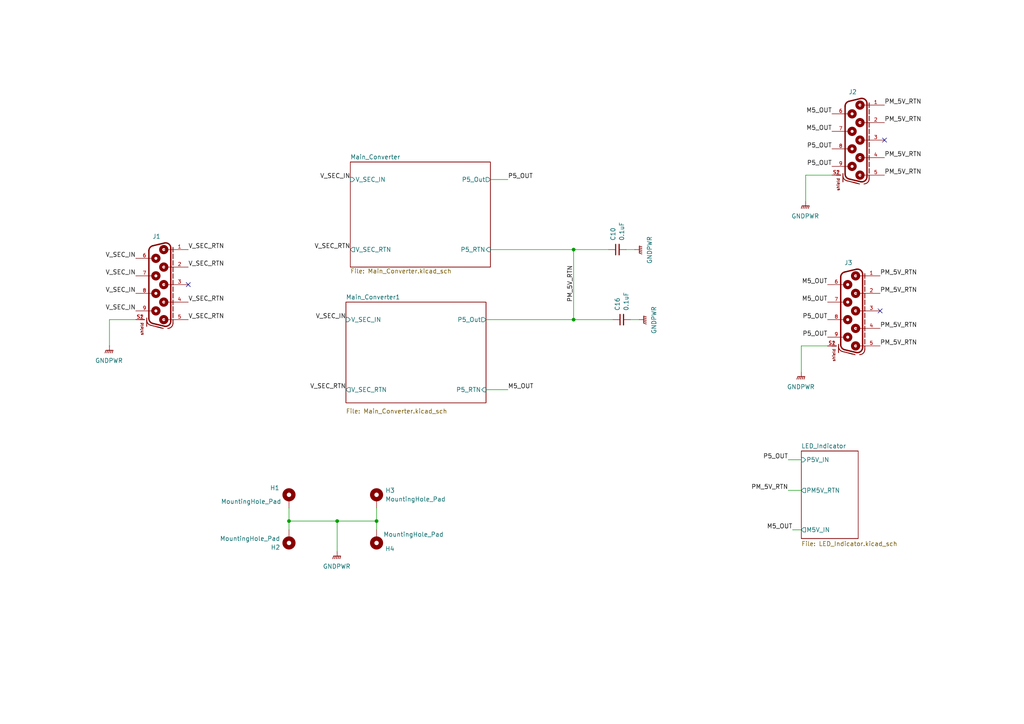
<source format=kicad_sch>
(kicad_sch
	(version 20250114)
	(generator "eeschema")
	(generator_version "9.0")
	(uuid "ea143c6b-7a3a-4403-8ed0-faed9c812d97")
	(paper "A4")
	(lib_symbols
		(symbol "Device:C_Small"
			(pin_numbers
				(hide yes)
			)
			(pin_names
				(offset 0.254)
				(hide yes)
			)
			(exclude_from_sim no)
			(in_bom yes)
			(on_board yes)
			(property "Reference" "C"
				(at 0.254 1.778 0)
				(effects
					(font
						(size 1.27 1.27)
					)
					(justify left)
				)
			)
			(property "Value" "C_Small"
				(at 0.254 -2.032 0)
				(effects
					(font
						(size 1.27 1.27)
					)
					(justify left)
				)
			)
			(property "Footprint" ""
				(at 0 0 0)
				(effects
					(font
						(size 1.27 1.27)
					)
					(hide yes)
				)
			)
			(property "Datasheet" "~"
				(at 0 0 0)
				(effects
					(font
						(size 1.27 1.27)
					)
					(hide yes)
				)
			)
			(property "Description" "Unpolarized capacitor, small symbol"
				(at 0 0 0)
				(effects
					(font
						(size 1.27 1.27)
					)
					(hide yes)
				)
			)
			(property "ki_keywords" "capacitor cap"
				(at 0 0 0)
				(effects
					(font
						(size 1.27 1.27)
					)
					(hide yes)
				)
			)
			(property "ki_fp_filters" "C_*"
				(at 0 0 0)
				(effects
					(font
						(size 1.27 1.27)
					)
					(hide yes)
				)
			)
			(symbol "C_Small_0_1"
				(polyline
					(pts
						(xy -1.524 0.508) (xy 1.524 0.508)
					)
					(stroke
						(width 0.3048)
						(type default)
					)
					(fill
						(type none)
					)
				)
				(polyline
					(pts
						(xy -1.524 -0.508) (xy 1.524 -0.508)
					)
					(stroke
						(width 0.3302)
						(type default)
					)
					(fill
						(type none)
					)
				)
			)
			(symbol "C_Small_1_1"
				(pin passive line
					(at 0 2.54 270)
					(length 2.032)
					(name "~"
						(effects
							(font
								(size 1.27 1.27)
							)
						)
					)
					(number "1"
						(effects
							(font
								(size 1.27 1.27)
							)
						)
					)
				)
				(pin passive line
					(at 0 -2.54 90)
					(length 2.032)
					(name "~"
						(effects
							(font
								(size 1.27 1.27)
							)
						)
					)
					(number "2"
						(effects
							(font
								(size 1.27 1.27)
							)
						)
					)
				)
			)
			(embedded_fonts no)
		)
		(symbol "Mechanical:MountingHole_Pad"
			(pin_numbers
				(hide yes)
			)
			(pin_names
				(offset 1.016)
				(hide yes)
			)
			(exclude_from_sim yes)
			(in_bom no)
			(on_board yes)
			(property "Reference" "H"
				(at 0 6.35 0)
				(effects
					(font
						(size 1.27 1.27)
					)
				)
			)
			(property "Value" "MountingHole_Pad"
				(at 0 4.445 0)
				(effects
					(font
						(size 1.27 1.27)
					)
				)
			)
			(property "Footprint" ""
				(at 0 0 0)
				(effects
					(font
						(size 1.27 1.27)
					)
					(hide yes)
				)
			)
			(property "Datasheet" "~"
				(at 0 0 0)
				(effects
					(font
						(size 1.27 1.27)
					)
					(hide yes)
				)
			)
			(property "Description" "Mounting Hole with connection"
				(at 0 0 0)
				(effects
					(font
						(size 1.27 1.27)
					)
					(hide yes)
				)
			)
			(property "ki_keywords" "mounting hole"
				(at 0 0 0)
				(effects
					(font
						(size 1.27 1.27)
					)
					(hide yes)
				)
			)
			(property "ki_fp_filters" "MountingHole*Pad*"
				(at 0 0 0)
				(effects
					(font
						(size 1.27 1.27)
					)
					(hide yes)
				)
			)
			(symbol "MountingHole_Pad_0_1"
				(circle
					(center 0 1.27)
					(radius 1.27)
					(stroke
						(width 1.27)
						(type default)
					)
					(fill
						(type none)
					)
				)
			)
			(symbol "MountingHole_Pad_1_1"
				(pin input line
					(at 0 -2.54 90)
					(length 2.54)
					(name "1"
						(effects
							(font
								(size 1.27 1.27)
							)
						)
					)
					(number "1"
						(effects
							(font
								(size 1.27 1.27)
							)
						)
					)
				)
			)
			(embedded_fonts no)
		)
		(symbol "Wurth_Elektronik:6180XX231221_618009231221"
			(pin_names
				(offset 1.016)
			)
			(exclude_from_sim no)
			(in_bom yes)
			(on_board yes)
			(property "Reference" "J"
				(at 13.78 1.66 0)
				(effects
					(font
						(size 1.27 1.27)
					)
					(justify left bottom)
				)
			)
			(property "Value" "618009231221"
				(at 0 0 0)
				(effects
					(font
						(size 1.27 1.27)
					)
					(justify bottom)
					(hide yes)
				)
			)
			(property "Footprint" "Wurth_Elektronik:618009231221"
				(at 0 0 0)
				(effects
					(font
						(size 1.27 1.27)
					)
					(justify bottom)
					(hide yes)
				)
			)
			(property "Datasheet" "https://www.we-online.com/components/products/datasheet/618009231221.pdf"
				(at 0 0 0)
				(effects
					(font
						(size 1.27 1.27)
					)
					(hide yes)
				)
			)
			(property "Description" "9 Position D-Sub Receptale, Female Sockets Connector"
				(at 0 0 0)
				(effects
					(font
						(size 1.27 1.27)
					)
					(hide yes)
				)
			)
			(property "Manufacturer" "Wurth Electronics"
				(at 0 0 0)
				(effects
					(font
						(size 1.27 1.27)
					)
					(justify bottom)
					(hide yes)
				)
			)
			(property "Description_1" "09 pins, right angled, 8.08mm, with hex screw"
				(at 0 0 0)
				(effects
					(font
						(size 1.27 1.27)
					)
					(justify bottom)
					(hide yes)
				)
			)
			(property "Package" "None"
				(at 0 0 0)
				(effects
					(font
						(size 1.27 1.27)
					)
					(justify bottom)
					(hide yes)
				)
			)
			(property "Purchase-URL" "https://www.snapeda.com/api/url_track_click_mouser/?unipart_id=604355&manufacturer=Wurth Electronics&part_name=618009231221&search_term=618009231221"
				(at 0 0 0)
				(effects
					(font
						(size 1.27 1.27)
					)
					(justify bottom)
					(hide yes)
				)
			)
			(property "GENDER" "Male"
				(at 0 0 0)
				(effects
					(font
						(size 1.27 1.27)
					)
					(justify bottom)
					(hide yes)
				)
			)
			(property "Price" "None"
				(at 0 0 0)
				(effects
					(font
						(size 1.27 1.27)
					)
					(justify bottom)
					(hide yes)
				)
			)
			(property "PART-NUMBER" "618009231221"
				(at 0 0 0)
				(effects
					(font
						(size 1.27 1.27)
					)
					(justify bottom)
					(hide yes)
				)
			)
			(property "SnapEDA_Link" "https://www.snapeda.com/parts/618009231221/Wurth+Electronics/view-part/?ref=snap"
				(at 0 0 0)
				(effects
					(font
						(size 1.27 1.27)
					)
					(justify bottom)
					(hide yes)
				)
			)
			(property "DATASHEET-URL" "https://www.we-online.com/redexpert/spec/618009231221?ae"
				(at 0 0 0)
				(effects
					(font
						(size 1.27 1.27)
					)
					(justify bottom)
					(hide yes)
				)
			)
			(property "Man. Part Num" "618009231221"
				(at 0 0 0)
				(effects
					(font
						(size 1.27 1.27)
					)
					(justify bottom)
					(hide yes)
				)
			)
			(property "WORKING-VOLTAGE" "125 V(AC)"
				(at 0 0 0)
				(effects
					(font
						(size 1.27 1.27)
					)
					(justify bottom)
					(hide yes)
				)
			)
			(property "PINS" "9"
				(at 0 0 0)
				(effects
					(font
						(size 1.27 1.27)
					)
					(justify bottom)
					(hide yes)
				)
			)
			(property "WE-NUMBER" "618009231221"
				(at 0 0 0)
				(effects
					(font
						(size 1.27 1.27)
					)
					(justify bottom)
					(hide yes)
				)
			)
			(property "TYPE" "Angled"
				(at 0 0 0)
				(effects
					(font
						(size 1.27 1.27)
					)
					(justify bottom)
					(hide yes)
				)
			)
			(property "Availability" "In Stock"
				(at 0 0 0)
				(effects
					(font
						(size 1.27 1.27)
					)
					(justify bottom)
					(hide yes)
				)
			)
			(property "Check_prices" "https://www.snapeda.com/parts/618009231221/Wurth+Electronics/view-part/?ref=eda"
				(at 0 0 0)
				(effects
					(font
						(size 1.27 1.27)
					)
					(justify bottom)
					(hide yes)
				)
			)
			(property "Distributor" "Digi-Key"
				(at 0 0 0)
				(effects
					(font
						(size 1.27 1.27)
					)
					(hide yes)
				)
			)
			(property "Dist. Part Num" "732-618009231221-ND"
				(at 0 0 0)
				(effects
					(font
						(size 1.27 1.27)
					)
					(hide yes)
				)
			)
			(property "Part Type" "Through Hole"
				(at 0 0 0)
				(effects
					(font
						(size 1.27 1.27)
					)
					(hide yes)
				)
			)
			(property "Notes" ""
				(at 0 0 0)
				(effects
					(font
						(size 1.27 1.27)
					)
					(hide yes)
				)
			)
			(symbol "6180XX231221_618009231221_0_0"
				(polyline
					(pts
						(xy -11.2729 -2.6548) (xy -12.0642 0.6952)
					)
					(stroke
						(width 0.4064)
						(type default)
					)
					(fill
						(type none)
					)
				)
				(polyline
					(pts
						(xy -10.795 3.175) (xy -9.4305 3.175)
					)
					(stroke
						(width 0.254)
						(type default)
					)
					(fill
						(type none)
					)
				)
				(polyline
					(pts
						(xy -10.6044 2.54) (xy 10.6044 2.54)
					)
					(stroke
						(width 0.4064)
						(type default)
					)
					(fill
						(type none)
					)
				)
				(arc
					(start -12.0642 0.6952)
					(mid -11.7806 1.9708)
					(end -10.6044 2.54)
					(stroke
						(width 0.4064)
						(type default)
					)
					(fill
						(type none)
					)
				)
				(polyline
					(pts
						(xy -10.16 2.58) (xy -10.16 0.4)
					)
					(stroke
						(width 0.1524)
						(type default)
					)
					(fill
						(type none)
					)
				)
				(circle
					(center -10.16 0.508)
					(radius 0.4318)
					(stroke
						(width 0.9144)
						(type default)
					)
					(fill
						(type none)
					)
				)
				(circle
					(center -10.16 0.508)
					(radius 0.762)
					(stroke
						(width 0.254)
						(type default)
					)
					(fill
						(type none)
					)
				)
				(arc
					(start -9.8131 -3.81)
					(mid -10.7439 -3.4862)
					(end -11.2729 -2.6548)
					(stroke
						(width 0.4064)
						(type default)
					)
					(fill
						(type none)
					)
				)
				(polyline
					(pts
						(xy -8.89 3.175) (xy -7.5255 3.175)
					)
					(stroke
						(width 0.254)
						(type default)
					)
					(fill
						(type none)
					)
				)
				(circle
					(center -7.62 -1.778)
					(radius 0.4318)
					(stroke
						(width 0.9144)
						(type default)
					)
					(fill
						(type none)
					)
				)
				(circle
					(center -7.62 -1.778)
					(radius 0.762)
					(stroke
						(width 0.254)
						(type default)
					)
					(fill
						(type none)
					)
				)
				(polyline
					(pts
						(xy -6.985 3.175) (xy -5.6205 3.175)
					)
					(stroke
						(width 0.254)
						(type default)
					)
					(fill
						(type none)
					)
				)
				(polyline
					(pts
						(xy -5.08 3.175) (xy -3.7155 3.175)
					)
					(stroke
						(width 0.254)
						(type default)
					)
					(fill
						(type none)
					)
				)
				(polyline
					(pts
						(xy -5.08 2.58) (xy -5.08 0.4)
					)
					(stroke
						(width 0.1524)
						(type default)
					)
					(fill
						(type none)
					)
				)
				(circle
					(center -5.08 0.508)
					(radius 0.4318)
					(stroke
						(width 0.9144)
						(type default)
					)
					(fill
						(type none)
					)
				)
				(circle
					(center -5.08 0.508)
					(radius 0.762)
					(stroke
						(width 0.254)
						(type default)
					)
					(fill
						(type none)
					)
				)
				(polyline
					(pts
						(xy -3.175 3.175) (xy -1.8105 3.175)
					)
					(stroke
						(width 0.254)
						(type default)
					)
					(fill
						(type none)
					)
				)
				(circle
					(center -2.54 -1.778)
					(radius 0.4318)
					(stroke
						(width 0.9144)
						(type default)
					)
					(fill
						(type none)
					)
				)
				(circle
					(center -2.54 -1.778)
					(radius 0.762)
					(stroke
						(width 0.254)
						(type default)
					)
					(fill
						(type none)
					)
				)
				(polyline
					(pts
						(xy -1.27 3.175) (xy 0.0945 3.175)
					)
					(stroke
						(width 0.254)
						(type default)
					)
					(fill
						(type none)
					)
				)
				(polyline
					(pts
						(xy 0 2.58) (xy 0 0.4)
					)
					(stroke
						(width 0.1524)
						(type default)
					)
					(fill
						(type none)
					)
				)
				(circle
					(center 0 0.508)
					(radius 0.4318)
					(stroke
						(width 0.9144)
						(type default)
					)
					(fill
						(type none)
					)
				)
				(circle
					(center 0 0.508)
					(radius 0.762)
					(stroke
						(width 0.254)
						(type default)
					)
					(fill
						(type none)
					)
				)
				(polyline
					(pts
						(xy 0.635 3.175) (xy 1.9996 3.175)
					)
					(stroke
						(width 0.254)
						(type default)
					)
					(fill
						(type none)
					)
				)
				(polyline
					(pts
						(xy 2.54 3.175) (xy 3.9046 3.175)
					)
					(stroke
						(width 0.254)
						(type default)
					)
					(fill
						(type none)
					)
				)
				(circle
					(center 2.54 -1.778)
					(radius 0.4318)
					(stroke
						(width 0.9144)
						(type default)
					)
					(fill
						(type none)
					)
				)
				(circle
					(center 2.54 -1.778)
					(radius 0.762)
					(stroke
						(width 0.254)
						(type default)
					)
					(fill
						(type none)
					)
				)
				(polyline
					(pts
						(xy 4.445 3.175) (xy 5.8096 3.175)
					)
					(stroke
						(width 0.254)
						(type default)
					)
					(fill
						(type none)
					)
				)
				(polyline
					(pts
						(xy 5.08 2.58) (xy 5.08 0.4)
					)
					(stroke
						(width 0.1524)
						(type default)
					)
					(fill
						(type none)
					)
				)
				(circle
					(center 5.08 0.508)
					(radius 0.4318)
					(stroke
						(width 0.9144)
						(type default)
					)
					(fill
						(type none)
					)
				)
				(circle
					(center 5.08 0.508)
					(radius 0.762)
					(stroke
						(width 0.254)
						(type default)
					)
					(fill
						(type none)
					)
				)
				(polyline
					(pts
						(xy 6.35 3.175) (xy 7.7146 3.175)
					)
					(stroke
						(width 0.254)
						(type default)
					)
					(fill
						(type none)
					)
				)
				(circle
					(center 7.62 -1.778)
					(radius 0.4318)
					(stroke
						(width 0.9144)
						(type default)
					)
					(fill
						(type none)
					)
				)
				(circle
					(center 7.62 -1.778)
					(radius 0.762)
					(stroke
						(width 0.254)
						(type default)
					)
					(fill
						(type none)
					)
				)
				(polyline
					(pts
						(xy 8.255 3.175) (xy 9.6196 3.175)
					)
					(stroke
						(width 0.254)
						(type default)
					)
					(fill
						(type none)
					)
				)
				(arc
					(start 11.2729 -2.6548)
					(mid 10.7439 -3.4863)
					(end 9.8131 -3.81)
					(stroke
						(width 0.4064)
						(type default)
					)
					(fill
						(type none)
					)
				)
				(polyline
					(pts
						(xy 9.8131 -3.81) (xy -9.8131 -3.81)
					)
					(stroke
						(width 0.4064)
						(type default)
					)
					(fill
						(type none)
					)
				)
				(polyline
					(pts
						(xy 10.16 3.175) (xy 11.2 3.175)
					)
					(stroke
						(width 0.254)
						(type default)
					)
					(fill
						(type none)
					)
				)
				(polyline
					(pts
						(xy 10.16 2.58) (xy 10.16 0.4)
					)
					(stroke
						(width 0.1524)
						(type default)
					)
					(fill
						(type none)
					)
				)
				(circle
					(center 10.16 0.508)
					(radius 0.4318)
					(stroke
						(width 0.9144)
						(type default)
					)
					(fill
						(type none)
					)
				)
				(circle
					(center 10.16 0.508)
					(radius 0.762)
					(stroke
						(width 0.254)
						(type default)
					)
					(fill
						(type none)
					)
				)
				(polyline
					(pts
						(xy 10.16 -4.445) (xy 10.16 -4.445)
					)
					(stroke
						(width 0.254)
						(type default)
					)
					(fill
						(type none)
					)
				)
				(polyline
					(pts
						(xy 10.16 -6.35) (xy 10.16 -5.08)
					)
					(stroke
						(width 0.254)
						(type default)
					)
					(fill
						(type none)
					)
				)
				(polyline
					(pts
						(xy 10.2 -4.44) (xy 9.6938 -4.44)
					)
					(stroke
						(width 0.254)
						(type default)
					)
					(fill
						(type none)
					)
				)
				(arc
					(start 11.7841 -3.3038)
					(mid 11.2519 -4.1219)
					(end 10.3288 -4.44)
					(stroke
						(width 0.254)
						(type default)
					)
					(fill
						(type none)
					)
				)
				(arc
					(start 10.6044 2.54)
					(mid 11.7804 1.9707)
					(end 12.0642 0.6952)
					(stroke
						(width 0.4064)
						(type default)
					)
					(fill
						(type none)
					)
				)
				(arc
					(start 11.2 3.175)
					(mid 12.2607 2.7357)
					(end 12.7 1.675)
					(stroke
						(width 0.254)
						(type default)
					)
					(fill
						(type none)
					)
				)
				(polyline
					(pts
						(xy 11.7841 -3.3038) (xy 12.546 -0.256)
					)
					(stroke
						(width 0.254)
						(type default)
					)
					(fill
						(type none)
					)
				)
				(polyline
					(pts
						(xy 12.0642 0.6952) (xy 11.2729 -2.6548)
					)
					(stroke
						(width 0.4064)
						(type default)
					)
					(fill
						(type none)
					)
				)
				(polyline
					(pts
						(xy 12.105 -4.44) (xy 10.3288 -4.44)
					)
					(stroke
						(width 0.254)
						(type default)
					)
					(fill
						(type none)
					)
				)
				(polyline
					(pts
						(xy 12.2461 -1.4557) (xy 12.7 0.36)
					)
					(stroke
						(width 0.254)
						(type default)
					)
					(fill
						(type none)
					)
				)
				(text "shield"
					(at 10.9 -5.32 0)
					(effects
						(font
							(size 0.8128 0.8128)
						)
						(justify left bottom)
					)
				)
				(pin bidirectional line
					(at -10.16 7.62 270)
					(length 5.08)
					(name "~"
						(effects
							(font
								(size 1.016 1.016)
							)
						)
					)
					(number "1"
						(effects
							(font
								(size 1.016 1.016)
							)
						)
					)
				)
				(pin bidirectional line
					(at -7.62 -7.62 90)
					(length 5.08)
					(name "~"
						(effects
							(font
								(size 1.016 1.016)
							)
						)
					)
					(number "6"
						(effects
							(font
								(size 1.016 1.016)
							)
						)
					)
				)
				(pin bidirectional line
					(at -5.08 7.62 270)
					(length 5.08)
					(name "~"
						(effects
							(font
								(size 1.016 1.016)
							)
						)
					)
					(number "2"
						(effects
							(font
								(size 1.016 1.016)
							)
						)
					)
				)
				(pin bidirectional line
					(at -2.54 -7.62 90)
					(length 5.08)
					(name "~"
						(effects
							(font
								(size 1.016 1.016)
							)
						)
					)
					(number "7"
						(effects
							(font
								(size 1.016 1.016)
							)
						)
					)
				)
				(pin bidirectional line
					(at 0 7.62 270)
					(length 5.08)
					(name "~"
						(effects
							(font
								(size 1.016 1.016)
							)
						)
					)
					(number "3"
						(effects
							(font
								(size 1.016 1.016)
							)
						)
					)
				)
				(pin bidirectional line
					(at 2.54 -7.62 90)
					(length 5.08)
					(name "~"
						(effects
							(font
								(size 1.016 1.016)
							)
						)
					)
					(number "8"
						(effects
							(font
								(size 1.016 1.016)
							)
						)
					)
				)
				(pin bidirectional line
					(at 5.08 7.62 270)
					(length 5.08)
					(name "~"
						(effects
							(font
								(size 1.016 1.016)
							)
						)
					)
					(number "4"
						(effects
							(font
								(size 1.016 1.016)
							)
						)
					)
				)
				(pin bidirectional line
					(at 7.62 -7.62 90)
					(length 5.08)
					(name "~"
						(effects
							(font
								(size 1.016 1.016)
							)
						)
					)
					(number "9"
						(effects
							(font
								(size 1.016 1.016)
							)
						)
					)
				)
				(pin bidirectional line
					(at 10.16 7.62 270)
					(length 5.08)
					(name "~"
						(effects
							(font
								(size 1.016 1.016)
							)
						)
					)
					(number "5"
						(effects
							(font
								(size 1.016 1.016)
							)
						)
					)
				)
				(pin bidirectional line
					(at 10.16 -7.62 90)
					(length 2.54)
					(name "~"
						(effects
							(font
								(size 1.016 1.016)
							)
						)
					)
					(number "S1"
						(effects
							(font
								(size 1.016 1.016)
							)
						)
					)
				)
				(pin bidirectional line
					(at 10.16 -7.62 90)
					(length 2.54)
					(name "~"
						(effects
							(font
								(size 1.016 1.016)
							)
						)
					)
					(number "S2"
						(effects
							(font
								(size 1.016 1.016)
							)
						)
					)
				)
			)
			(embedded_fonts no)
		)
		(symbol "power:GNDPWR"
			(power)
			(pin_numbers
				(hide yes)
			)
			(pin_names
				(offset 0)
				(hide yes)
			)
			(exclude_from_sim no)
			(in_bom yes)
			(on_board yes)
			(property "Reference" "#PWR"
				(at 0 -5.08 0)
				(effects
					(font
						(size 1.27 1.27)
					)
					(hide yes)
				)
			)
			(property "Value" "GNDPWR"
				(at 0 -3.302 0)
				(effects
					(font
						(size 1.27 1.27)
					)
				)
			)
			(property "Footprint" ""
				(at 0 -1.27 0)
				(effects
					(font
						(size 1.27 1.27)
					)
					(hide yes)
				)
			)
			(property "Datasheet" ""
				(at 0 -1.27 0)
				(effects
					(font
						(size 1.27 1.27)
					)
					(hide yes)
				)
			)
			(property "Description" "Power symbol creates a global label with name \"GNDPWR\" , global ground"
				(at 0 0 0)
				(effects
					(font
						(size 1.27 1.27)
					)
					(hide yes)
				)
			)
			(property "ki_keywords" "global ground"
				(at 0 0 0)
				(effects
					(font
						(size 1.27 1.27)
					)
					(hide yes)
				)
			)
			(symbol "GNDPWR_0_1"
				(polyline
					(pts
						(xy -1.016 -1.27) (xy -1.27 -2.032) (xy -1.27 -2.032)
					)
					(stroke
						(width 0.2032)
						(type default)
					)
					(fill
						(type none)
					)
				)
				(polyline
					(pts
						(xy -0.508 -1.27) (xy -0.762 -2.032) (xy -0.762 -2.032)
					)
					(stroke
						(width 0.2032)
						(type default)
					)
					(fill
						(type none)
					)
				)
				(polyline
					(pts
						(xy 0 -1.27) (xy 0 0)
					)
					(stroke
						(width 0)
						(type default)
					)
					(fill
						(type none)
					)
				)
				(polyline
					(pts
						(xy 0 -1.27) (xy -0.254 -2.032) (xy -0.254 -2.032)
					)
					(stroke
						(width 0.2032)
						(type default)
					)
					(fill
						(type none)
					)
				)
				(polyline
					(pts
						(xy 0.508 -1.27) (xy 0.254 -2.032) (xy 0.254 -2.032)
					)
					(stroke
						(width 0.2032)
						(type default)
					)
					(fill
						(type none)
					)
				)
				(polyline
					(pts
						(xy 1.016 -1.27) (xy -1.016 -1.27) (xy -1.016 -1.27)
					)
					(stroke
						(width 0.2032)
						(type default)
					)
					(fill
						(type none)
					)
				)
				(polyline
					(pts
						(xy 1.016 -1.27) (xy 0.762 -2.032) (xy 0.762 -2.032) (xy 0.762 -2.032)
					)
					(stroke
						(width 0.2032)
						(type default)
					)
					(fill
						(type none)
					)
				)
			)
			(symbol "GNDPWR_1_1"
				(pin power_in line
					(at 0 0 270)
					(length 0)
					(name "~"
						(effects
							(font
								(size 1.27 1.27)
							)
						)
					)
					(number "1"
						(effects
							(font
								(size 1.27 1.27)
							)
						)
					)
				)
			)
			(embedded_fonts no)
		)
	)
	(junction
		(at 83.82 151.13)
		(diameter 0)
		(color 0 0 0 0)
		(uuid "21e8b3fd-ef0e-4598-badb-78d14fd227d8")
	)
	(junction
		(at 109.22 151.13)
		(diameter 0)
		(color 0 0 0 0)
		(uuid "3402731d-852c-49f1-8232-f4e1624ad00e")
	)
	(junction
		(at 97.79 151.13)
		(diameter 0)
		(color 0 0 0 0)
		(uuid "39733eff-09f6-461c-964d-f94f1fca4c98")
	)
	(junction
		(at 166.37 72.39)
		(diameter 0)
		(color 0 0 0 0)
		(uuid "79c7b610-02f7-4657-aa09-47a4e1f723d1")
	)
	(junction
		(at 166.37 92.71)
		(diameter 0)
		(color 0 0 0 0)
		(uuid "f600caef-dd4d-44a0-bc8d-8a8c37af1e8f")
	)
	(no_connect
		(at 255.27 90.17)
		(uuid "328e3cb8-d630-4940-aa28-a7b7018c5ffd")
	)
	(no_connect
		(at 54.61 82.55)
		(uuid "3d10405c-17e1-472c-b3ba-d1038e026e48")
	)
	(no_connect
		(at 256.54 40.64)
		(uuid "d07bee9b-e2d1-4efe-b890-fcd5c9de938f")
	)
	(wire
		(pts
			(xy 31.75 100.33) (xy 31.75 92.71)
		)
		(stroke
			(width 0)
			(type default)
		)
		(uuid "06505a3b-336b-442f-914b-07301a707768")
	)
	(wire
		(pts
			(xy 109.22 151.13) (xy 109.22 153.67)
		)
		(stroke
			(width 0)
			(type default)
		)
		(uuid "08b79640-2b84-4fa3-9e44-2a0be316fdae")
	)
	(wire
		(pts
			(xy 228.6 133.35) (xy 232.41 133.35)
		)
		(stroke
			(width 0)
			(type default)
		)
		(uuid "0b1ce841-9928-4c94-8850-c2a1ebaa1fe9")
	)
	(wire
		(pts
			(xy 233.68 50.8) (xy 241.3 50.8)
		)
		(stroke
			(width 0)
			(type default)
		)
		(uuid "1661ddf3-b105-4c3a-b633-6fb3b5125dc4")
	)
	(wire
		(pts
			(xy 229.87 153.67) (xy 232.41 153.67)
		)
		(stroke
			(width 0)
			(type default)
		)
		(uuid "1b4fd303-4278-4f83-a191-e150ab73861a")
	)
	(wire
		(pts
			(xy 176.53 72.39) (xy 166.37 72.39)
		)
		(stroke
			(width 0)
			(type default)
		)
		(uuid "3b3c9eab-0656-4a26-83d5-af674c3e7972")
	)
	(wire
		(pts
			(xy 83.82 151.13) (xy 83.82 153.67)
		)
		(stroke
			(width 0)
			(type default)
		)
		(uuid "3c4fa32b-8bcc-46a3-a9c5-ba5e1f4dfc62")
	)
	(wire
		(pts
			(xy 184.15 72.39) (xy 181.61 72.39)
		)
		(stroke
			(width 0)
			(type default)
		)
		(uuid "42dc4d6a-b94b-48f3-be84-47e846646f10")
	)
	(wire
		(pts
			(xy 147.32 52.07) (xy 142.24 52.07)
		)
		(stroke
			(width 0)
			(type default)
		)
		(uuid "45c9c73a-fb6a-4077-bdb9-38fe503529db")
	)
	(wire
		(pts
			(xy 232.41 107.95) (xy 232.41 100.33)
		)
		(stroke
			(width 0)
			(type default)
		)
		(uuid "492be49d-e00a-455f-8b46-1452a4102409")
	)
	(wire
		(pts
			(xy 166.37 92.71) (xy 166.37 72.39)
		)
		(stroke
			(width 0)
			(type default)
		)
		(uuid "4a39b92d-2534-43c0-8e07-df83f02d416a")
	)
	(wire
		(pts
			(xy 228.6 142.24) (xy 232.41 142.24)
		)
		(stroke
			(width 0)
			(type default)
		)
		(uuid "571231f2-dda1-4e46-80c6-335a13cdda94")
	)
	(wire
		(pts
			(xy 185.42 92.71) (xy 182.88 92.71)
		)
		(stroke
			(width 0)
			(type default)
		)
		(uuid "5a69dbae-0b4f-4123-9e82-a498d0d2df92")
	)
	(wire
		(pts
			(xy 97.79 151.13) (xy 109.22 151.13)
		)
		(stroke
			(width 0)
			(type default)
		)
		(uuid "63982196-bdb3-4f1c-9fff-de42239e3fa9")
	)
	(wire
		(pts
			(xy 97.79 151.13) (xy 97.79 160.02)
		)
		(stroke
			(width 0)
			(type default)
		)
		(uuid "639d6728-44e1-4ca1-9fca-854106a13f40")
	)
	(wire
		(pts
			(xy 142.24 72.39) (xy 166.37 72.39)
		)
		(stroke
			(width 0)
			(type default)
		)
		(uuid "7548ae2a-255f-44fc-8e5b-d8c6c9f40361")
	)
	(wire
		(pts
			(xy 233.68 58.42) (xy 233.68 50.8)
		)
		(stroke
			(width 0)
			(type default)
		)
		(uuid "7fbe2ce6-360a-46b2-b38d-831e807014a2")
	)
	(wire
		(pts
			(xy 140.97 92.71) (xy 166.37 92.71)
		)
		(stroke
			(width 0)
			(type default)
		)
		(uuid "8fc08988-c2b7-430e-94f6-b5de0e30d1f8")
	)
	(wire
		(pts
			(xy 232.41 100.33) (xy 240.03 100.33)
		)
		(stroke
			(width 0)
			(type default)
		)
		(uuid "96df186b-c7b5-4789-b300-af8382e6ca86")
	)
	(wire
		(pts
			(xy 31.75 92.71) (xy 39.37 92.71)
		)
		(stroke
			(width 0)
			(type default)
		)
		(uuid "a1b4c6a2-d2d7-45ed-baa6-406a7cd7da5e")
	)
	(wire
		(pts
			(xy 109.22 147.32) (xy 109.22 151.13)
		)
		(stroke
			(width 0)
			(type default)
		)
		(uuid "a3c5ee6c-9f9a-491a-a229-389646c6e5bb")
	)
	(wire
		(pts
			(xy 147.32 113.03) (xy 140.97 113.03)
		)
		(stroke
			(width 0)
			(type default)
		)
		(uuid "b299a07f-fa60-4ded-91b1-28ed556972b7")
	)
	(wire
		(pts
			(xy 177.8 92.71) (xy 166.37 92.71)
		)
		(stroke
			(width 0)
			(type default)
		)
		(uuid "b5f4727e-4017-4f94-bf31-d14aa6b44bf1")
	)
	(wire
		(pts
			(xy 83.82 151.13) (xy 97.79 151.13)
		)
		(stroke
			(width 0)
			(type default)
		)
		(uuid "d1f1f6be-2ac3-4e57-aecc-31c0591f5052")
	)
	(wire
		(pts
			(xy 83.82 147.32) (xy 83.82 151.13)
		)
		(stroke
			(width 0)
			(type default)
		)
		(uuid "f10c8679-7a87-4457-b61f-00311e9daad0")
	)
	(label "M5_OUT"
		(at 241.3 38.1 180)
		(effects
			(font
				(size 1.27 1.27)
			)
			(justify right bottom)
		)
		(uuid "05e7e637-1015-4ab4-b6bb-5d1e3ed04afe")
	)
	(label "V_SEC_RTN"
		(at 54.61 77.47 0)
		(effects
			(font
				(size 1.27 1.27)
			)
			(justify left bottom)
		)
		(uuid "1b06cd7f-2a96-405b-81e0-99cfd504871d")
	)
	(label "M5_OUT"
		(at 241.3 33.02 180)
		(effects
			(font
				(size 1.27 1.27)
			)
			(justify right bottom)
		)
		(uuid "24c31bcb-ad7d-4757-8ee8-486d358d4390")
	)
	(label "V_SEC_IN"
		(at 39.37 90.17 180)
		(effects
			(font
				(size 1.27 1.27)
			)
			(justify right bottom)
		)
		(uuid "24e07f0b-1e77-439c-b5b1-db72b24e673e")
	)
	(label "PM_5V_RTN"
		(at 256.54 50.8 0)
		(effects
			(font
				(size 1.27 1.27)
			)
			(justify left bottom)
		)
		(uuid "25f2b4f5-e7fa-4b25-97a4-9e815e724e5d")
	)
	(label "PM_5V_RTN"
		(at 255.27 100.33 0)
		(effects
			(font
				(size 1.27 1.27)
			)
			(justify left bottom)
		)
		(uuid "3a306d69-6a86-4b92-84e7-70a939f28559")
	)
	(label "P5_OUT"
		(at 240.03 97.79 180)
		(effects
			(font
				(size 1.27 1.27)
			)
			(justify right bottom)
		)
		(uuid "3d1c0eca-9fe6-4786-93e6-57eee232a96c")
	)
	(label "V_SEC_RTN"
		(at 100.33 113.03 180)
		(effects
			(font
				(size 1.27 1.27)
			)
			(justify right bottom)
		)
		(uuid "480aa282-f24c-4228-875a-cd5c662bd349")
	)
	(label "M5_OUT"
		(at 147.32 113.03 0)
		(effects
			(font
				(size 1.27 1.27)
			)
			(justify left bottom)
		)
		(uuid "4c79365b-3e1d-41b2-8b05-4bfc9a800da6")
	)
	(label "PM_5V_RTN"
		(at 166.37 87.63 90)
		(effects
			(font
				(size 1.27 1.27)
			)
			(justify left bottom)
		)
		(uuid "504fc232-2b09-43e4-8e22-7a69e54052de")
	)
	(label "V_SEC_RTN"
		(at 54.61 72.39 0)
		(effects
			(font
				(size 1.27 1.27)
			)
			(justify left bottom)
		)
		(uuid "54dd990b-d760-4021-a724-ea49b74d87dd")
	)
	(label "V_SEC_RTN"
		(at 54.61 87.63 0)
		(effects
			(font
				(size 1.27 1.27)
			)
			(justify left bottom)
		)
		(uuid "5d77fc18-2282-4ce7-827c-9bc5fb5af824")
	)
	(label "P5_OUT"
		(at 241.3 43.18 180)
		(effects
			(font
				(size 1.27 1.27)
			)
			(justify right bottom)
		)
		(uuid "6232b28a-4a9e-4ef8-9f1c-5ed3fc5b1595")
	)
	(label "V_SEC_IN"
		(at 101.6 52.07 180)
		(effects
			(font
				(size 1.27 1.27)
			)
			(justify right bottom)
		)
		(uuid "64b528ab-3d0d-439b-b305-b7cd26fde4f5")
	)
	(label "PM_5V_RTN"
		(at 228.6 142.24 180)
		(effects
			(font
				(size 1.27 1.27)
			)
			(justify right bottom)
		)
		(uuid "681613b6-2c22-43e1-9ae0-ce97b2c1ccf1")
	)
	(label "V_SEC_IN"
		(at 39.37 85.09 180)
		(effects
			(font
				(size 1.27 1.27)
			)
			(justify right bottom)
		)
		(uuid "69901700-6001-4e95-a16e-24c4b098d249")
	)
	(label "P5_OUT"
		(at 240.03 92.71 180)
		(effects
			(font
				(size 1.27 1.27)
			)
			(justify right bottom)
		)
		(uuid "6fbf1287-d475-4555-aa35-0c8b3eddfd13")
	)
	(label "P5_OUT"
		(at 147.32 52.07 0)
		(effects
			(font
				(size 1.27 1.27)
			)
			(justify left bottom)
		)
		(uuid "8c40f0b6-5f5b-45f5-a29b-42804dc17c41")
	)
	(label "V_SEC_RTN"
		(at 101.6 72.39 180)
		(effects
			(font
				(size 1.27 1.27)
			)
			(justify right bottom)
		)
		(uuid "8f009beb-658e-4219-833f-f6b7e6653a03")
	)
	(label "PM_5V_RTN"
		(at 255.27 80.01 0)
		(effects
			(font
				(size 1.27 1.27)
			)
			(justify left bottom)
		)
		(uuid "a0de038a-2aa3-4a2c-9bc4-58f536cd07de")
	)
	(label "V_SEC_IN"
		(at 39.37 80.01 180)
		(effects
			(font
				(size 1.27 1.27)
			)
			(justify right bottom)
		)
		(uuid "a7dec6d7-80da-4634-ba4e-d204b9ad0e08")
	)
	(label "PM_5V_RTN"
		(at 255.27 95.25 0)
		(effects
			(font
				(size 1.27 1.27)
			)
			(justify left bottom)
		)
		(uuid "b3755ece-c33f-4ebf-acca-121cb7243d07")
	)
	(label "PM_5V_RTN"
		(at 256.54 45.72 0)
		(effects
			(font
				(size 1.27 1.27)
			)
			(justify left bottom)
		)
		(uuid "c5739454-c4cd-4f47-95a9-c3cfaabd416f")
	)
	(label "PM_5V_RTN"
		(at 255.27 85.09 0)
		(effects
			(font
				(size 1.27 1.27)
			)
			(justify left bottom)
		)
		(uuid "c60db67a-bd2b-4033-97df-b270d7d1a441")
	)
	(label "P5_OUT"
		(at 228.6 133.35 180)
		(effects
			(font
				(size 1.27 1.27)
			)
			(justify right bottom)
		)
		(uuid "d2b87f2f-b24f-4cb3-a017-8c390874dc6f")
	)
	(label "M5_OUT"
		(at 240.03 82.55 180)
		(effects
			(font
				(size 1.27 1.27)
			)
			(justify right bottom)
		)
		(uuid "d2d76f96-2a7d-44e5-93c6-837363fde62c")
	)
	(label "V_SEC_IN"
		(at 100.33 92.71 180)
		(effects
			(font
				(size 1.27 1.27)
			)
			(justify right bottom)
		)
		(uuid "d4e7ba42-375b-4c6d-b5c0-21671863241c")
	)
	(label "M5_OUT"
		(at 240.03 87.63 180)
		(effects
			(font
				(size 1.27 1.27)
			)
			(justify right bottom)
		)
		(uuid "d984dd1e-395b-4a11-b9a6-c795bc21b034")
	)
	(label "P5_OUT"
		(at 241.3 48.26 180)
		(effects
			(font
				(size 1.27 1.27)
			)
			(justify right bottom)
		)
		(uuid "dc56a46b-2405-4a2b-98cd-236ffa29a055")
	)
	(label "M5_OUT"
		(at 229.87 153.67 180)
		(effects
			(font
				(size 1.27 1.27)
			)
			(justify right bottom)
		)
		(uuid "df64abaa-dbed-46fa-9090-2227d0051702")
	)
	(label "V_SEC_IN"
		(at 39.37 74.93 180)
		(effects
			(font
				(size 1.27 1.27)
			)
			(justify right bottom)
		)
		(uuid "e93a7e7d-5689-45cb-bf7f-163c2326228a")
	)
	(label "PM_5V_RTN"
		(at 256.54 30.48 0)
		(effects
			(font
				(size 1.27 1.27)
			)
			(justify left bottom)
		)
		(uuid "ec12ebab-d8bc-4202-89bd-d7e3a912f6d0")
	)
	(label "V_SEC_RTN"
		(at 54.61 92.71 0)
		(effects
			(font
				(size 1.27 1.27)
			)
			(justify left bottom)
		)
		(uuid "f562aa16-10fb-49a5-a64a-e66dbcec435f")
	)
	(label "PM_5V_RTN"
		(at 256.54 35.56 0)
		(effects
			(font
				(size 1.27 1.27)
			)
			(justify left bottom)
		)
		(uuid "f585b50e-2e06-4b51-8b6d-54d5d3263645")
	)
	(symbol
		(lib_id "Device:C_Small")
		(at 180.34 92.71 90)
		(unit 1)
		(exclude_from_sim no)
		(in_bom yes)
		(on_board yes)
		(dnp no)
		(fields_autoplaced yes)
		(uuid "0772f8ab-d1bb-43ae-81f3-f3537d1b09cf")
		(property "Reference" "C16"
			(at 179.0762 90.17 0)
			(effects
				(font
					(size 1.27 1.27)
				)
				(justify left)
			)
		)
		(property "Value" "0.1uF"
			(at 181.6162 90.17 0)
			(effects
				(font
					(size 1.27 1.27)
				)
				(justify left)
			)
		)
		(property "Footprint" "Capacitor_SMD:C_0603_1608Metric"
			(at 180.34 92.71 0)
			(effects
				(font
					(size 1.27 1.27)
				)
				(hide yes)
			)
		)
		(property "Datasheet" "https://www.yageo.com/en/Chart/Download/pdf/CC0603KRX7R7BB104"
			(at 180.34 92.71 0)
			(effects
				(font
					(size 1.27 1.27)
				)
				(hide yes)
			)
		)
		(property "Description" "0.1 µF ±10% 16V Ceramic Capacitor X7R 0603 (1608 Metric)"
			(at 180.34 92.71 0)
			(effects
				(font
					(size 1.27 1.27)
				)
				(hide yes)
			)
		)
		(property "Dist. Part Num" "311-1088-1-ND"
			(at 180.34 92.71 0)
			(effects
				(font
					(size 1.27 1.27)
				)
				(hide yes)
			)
		)
		(property "Distributor" "Digi-Key"
			(at 180.34 92.71 0)
			(effects
				(font
					(size 1.27 1.27)
				)
				(hide yes)
			)
		)
		(property "Man. Part Num" "CC0603KRX7R7BB104"
			(at 180.34 92.71 0)
			(effects
				(font
					(size 1.27 1.27)
				)
				(hide yes)
			)
		)
		(property "Manufacturer" "YAGEO"
			(at 180.34 92.71 0)
			(effects
				(font
					(size 1.27 1.27)
				)
				(hide yes)
			)
		)
		(property "Package" "0603 (1608 Metric)"
			(at 180.34 92.71 0)
			(effects
				(font
					(size 1.27 1.27)
				)
				(hide yes)
			)
		)
		(property "TYPE" "SMD"
			(at 180.34 92.71 0)
			(effects
				(font
					(size 1.27 1.27)
				)
				(hide yes)
			)
		)
		(property "Vendor" "Digikey"
			(at 180.34 92.71 0)
			(effects
				(font
					(size 1.27 1.27)
				)
				(hide yes)
			)
		)
		(property "VendorPN" "311-1088-1-ND"
			(at 180.34 92.71 0)
			(effects
				(font
					(size 1.27 1.27)
				)
				(hide yes)
			)
		)
		(property "VendorURL" "https://www.digikey.com/en/products/detail/yageo/CC0603KRX7R7BB104/302822?s=N4IgTCBcDaIMJwAwDZEGYDSAlAGgdizwCEiBGRAFhAF0BfIA"
			(at 180.34 92.71 0)
			(effects
				(font
					(size 1.27 1.27)
				)
				(hide yes)
			)
		)
		(property "MPN" "CC0603KRX7R7BB104"
			(at 180.34 92.71 0)
			(effects
				(font
					(size 1.27 1.27)
				)
				(hide yes)
			)
		)
		(pin "2"
			(uuid "3f7ae9cd-c451-471b-9d00-5679ce0e1b87")
		)
		(pin "1"
			(uuid "e784e992-d1d1-4032-91ab-d9032224330e")
		)
		(instances
			(project "PM5V_Telemetry_Cold_TPC"
				(path "/ea143c6b-7a3a-4403-8ed0-faed9c812d97"
					(reference "C16")
					(unit 1)
				)
			)
		)
	)
	(symbol
		(lib_id "Wurth_Elektronik:6180XX231221_618009231221")
		(at 46.99 82.55 270)
		(unit 1)
		(exclude_from_sim no)
		(in_bom yes)
		(on_board yes)
		(dnp no)
		(fields_autoplaced yes)
		(uuid "16e1277f-28b6-4053-aabf-5fa52b5bd340")
		(property "Reference" "J1"
			(at 45.4025 68.58 90)
			(effects
				(font
					(size 1.27 1.27)
				)
			)
		)
		(property "Value" "618009231221"
			(at 46.99 82.55 0)
			(effects
				(font
					(size 1.27 1.27)
				)
				(justify bottom)
				(hide yes)
			)
		)
		(property "Footprint" "Wurth_Elektronik:618009231221"
			(at 46.99 82.55 0)
			(effects
				(font
					(size 1.27 1.27)
				)
				(justify bottom)
				(hide yes)
			)
		)
		(property "Datasheet" "https://www.we-online.com/components/products/datasheet/618009231221.pdf"
			(at 46.99 82.55 0)
			(effects
				(font
					(size 1.27 1.27)
				)
				(hide yes)
			)
		)
		(property "Description" "9 Position D-Sub Receptale, Female Sockets Connector"
			(at 46.99 82.55 0)
			(effects
				(font
					(size 1.27 1.27)
				)
				(hide yes)
			)
		)
		(property "MF" "Wurth Electronics"
			(at 46.99 82.55 0)
			(effects
				(font
					(size 1.27 1.27)
				)
				(justify bottom)
				(hide yes)
			)
		)
		(property "Description_1" "09 pins, right angled, 8.08mm, with hex screw"
			(at 46.99 82.55 0)
			(effects
				(font
					(size 1.27 1.27)
				)
				(justify bottom)
				(hide yes)
			)
		)
		(property "Package" "None"
			(at 46.99 82.55 0)
			(effects
				(font
					(size 1.27 1.27)
				)
				(justify bottom)
				(hide yes)
			)
		)
		(property "Purchase-URL" "https://www.snapeda.com/api/url_track_click_mouser/?unipart_id=604355&manufacturer=Wurth Electronics&part_name=618009231221&search_term=618009231221"
			(at 46.99 82.55 0)
			(effects
				(font
					(size 1.27 1.27)
				)
				(justify bottom)
				(hide yes)
			)
		)
		(property "GENDER" "Male"
			(at 46.99 82.55 0)
			(effects
				(font
					(size 1.27 1.27)
				)
				(justify bottom)
				(hide yes)
			)
		)
		(property "Price" "None"
			(at 46.99 82.55 0)
			(effects
				(font
					(size 1.27 1.27)
				)
				(justify bottom)
				(hide yes)
			)
		)
		(property "PART-NUMBER" "618009231221"
			(at 46.99 82.55 0)
			(effects
				(font
					(size 1.27 1.27)
				)
				(justify bottom)
				(hide yes)
			)
		)
		(property "SnapEDA_Link" "https://www.snapeda.com/parts/618009231221/Wurth+Electronics/view-part/?ref=snap"
			(at 46.99 82.55 0)
			(effects
				(font
					(size 1.27 1.27)
				)
				(justify bottom)
				(hide yes)
			)
		)
		(property "DATASHEET-URL" "https://www.we-online.com/redexpert/spec/618009231221?ae"
			(at 46.99 82.55 0)
			(effects
				(font
					(size 1.27 1.27)
				)
				(justify bottom)
				(hide yes)
			)
		)
		(property "MP" "618009231221"
			(at 46.99 82.55 0)
			(effects
				(font
					(size 1.27 1.27)
				)
				(justify bottom)
				(hide yes)
			)
		)
		(property "WORKING-VOLTAGE" "125 V(AC)"
			(at 46.99 82.55 0)
			(effects
				(font
					(size 1.27 1.27)
				)
				(justify bottom)
				(hide yes)
			)
		)
		(property "PINS" "9"
			(at 46.99 82.55 0)
			(effects
				(font
					(size 1.27 1.27)
				)
				(justify bottom)
				(hide yes)
			)
		)
		(property "WE-NUMBER" "618009231221"
			(at 46.99 82.55 0)
			(effects
				(font
					(size 1.27 1.27)
				)
				(justify bottom)
				(hide yes)
			)
		)
		(property "TYPE" "Angled"
			(at 46.99 82.55 0)
			(effects
				(font
					(size 1.27 1.27)
				)
				(justify bottom)
				(hide yes)
			)
		)
		(property "Availability" "In Stock"
			(at 46.99 82.55 0)
			(effects
				(font
					(size 1.27 1.27)
				)
				(justify bottom)
				(hide yes)
			)
		)
		(property "Check_prices" "https://www.snapeda.com/parts/618009231221/Wurth+Electronics/view-part/?ref=eda"
			(at 46.99 82.55 0)
			(effects
				(font
					(size 1.27 1.27)
				)
				(justify bottom)
				(hide yes)
			)
		)
		(property "Manufacturer" "Wurth Electronics"
			(at 46.99 82.55 0)
			(effects
				(font
					(size 1.27 1.27)
				)
				(justify bottom)
				(hide yes)
			)
		)
		(property "Man. Part Num" "618009231221"
			(at 46.99 82.55 0)
			(effects
				(font
					(size 1.27 1.27)
				)
				(justify bottom)
				(hide yes)
			)
		)
		(property "Distributor" "Digi-Key"
			(at 46.99 82.55 0)
			(effects
				(font
					(size 1.27 1.27)
				)
				(hide yes)
			)
		)
		(property "Dist. Part Num" "732-618009231221-ND"
			(at 46.99 82.55 0)
			(effects
				(font
					(size 1.27 1.27)
				)
				(hide yes)
			)
		)
		(property "Part Type" "Through Hole"
			(at 46.99 82.55 0)
			(effects
				(font
					(size 1.27 1.27)
				)
				(hide yes)
			)
		)
		(property "Notes" ""
			(at 46.99 82.55 0)
			(effects
				(font
					(size 1.27 1.27)
				)
				(hide yes)
			)
		)
		(property "Vendor" "Digikey"
			(at 46.99 82.55 90)
			(effects
				(font
					(size 1.27 1.27)
				)
				(hide yes)
			)
		)
		(property "VendorPN" "732-618009231221-ND"
			(at 46.99 82.55 90)
			(effects
				(font
					(size 1.27 1.27)
				)
				(hide yes)
			)
		)
		(property "VendorURL" "https://www.digikey.com/en/products/detail/w%C3%BCrth-elektronik/618009231221/10484658?s=N4IgTCBcDaIGwEYAcAGFBOMBmBYwJAF0BfIA"
			(at 46.99 82.55 90)
			(effects
				(font
					(size 1.27 1.27)
				)
				(hide yes)
			)
		)
		(property "MPN" "618009231221"
			(at 46.99 82.55 90)
			(effects
				(font
					(size 1.27 1.27)
				)
				(hide yes)
			)
		)
		(pin "9"
			(uuid "e8026834-c472-449e-a364-16d53ad68bd5")
		)
		(pin "3"
			(uuid "f7703923-759a-41c3-8684-63dda226113e")
		)
		(pin "1"
			(uuid "04f3a3cd-3c6f-4ddd-86d0-537637192602")
		)
		(pin "7"
			(uuid "8d3551c8-b953-49f4-9393-3b03989b866c")
		)
		(pin "6"
			(uuid "e0cc9d12-74d4-4476-a29a-4543722f3aac")
		)
		(pin "8"
			(uuid "611a5cf5-8198-445e-a152-3a35fcc69215")
		)
		(pin "S2"
			(uuid "a61ba0cd-4536-411d-9b32-f02efcb26bb2")
		)
		(pin "4"
			(uuid "a7554f72-056d-48a7-8d1e-7423bd247f19")
		)
		(pin "S1"
			(uuid "5a0f9d4a-a914-4cf8-a978-e1867e10a112")
		)
		(pin "5"
			(uuid "f479ade5-0a9e-4a90-8e01-ff610c91dc41")
		)
		(pin "2"
			(uuid "7a49fa6f-6e00-4abe-b57f-80dbd2685c3a")
		)
		(instances
			(project ""
				(path "/ea143c6b-7a3a-4403-8ed0-faed9c812d97"
					(reference "J1")
					(unit 1)
				)
			)
		)
	)
	(symbol
		(lib_id "power:GNDPWR")
		(at 233.68 58.42 0)
		(unit 1)
		(exclude_from_sim no)
		(in_bom yes)
		(on_board yes)
		(dnp no)
		(fields_autoplaced yes)
		(uuid "1a46f561-93e5-4fb4-962a-509781a62ae0")
		(property "Reference" "#PWR04"
			(at 233.68 63.5 0)
			(effects
				(font
					(size 1.27 1.27)
				)
				(hide yes)
			)
		)
		(property "Value" "GNDPWR"
			(at 233.553 62.6824 0)
			(effects
				(font
					(size 1.27 1.27)
				)
			)
		)
		(property "Footprint" ""
			(at 233.68 59.69 0)
			(effects
				(font
					(size 1.27 1.27)
				)
				(hide yes)
			)
		)
		(property "Datasheet" ""
			(at 233.68 59.69 0)
			(effects
				(font
					(size 1.27 1.27)
				)
				(hide yes)
			)
		)
		(property "Description" "Power symbol creates a global label with name \"GNDPWR\" , global ground"
			(at 233.68 58.42 0)
			(effects
				(font
					(size 1.27 1.27)
				)
				(hide yes)
			)
		)
		(pin "1"
			(uuid "b8668e33-7803-4b0f-9f6d-75895d70f673")
		)
		(instances
			(project "PM5V_Telemetry_Cold_TPC"
				(path "/ea143c6b-7a3a-4403-8ed0-faed9c812d97"
					(reference "#PWR04")
					(unit 1)
				)
			)
		)
	)
	(symbol
		(lib_id "Wurth_Elektronik:6180XX231221_618009231221")
		(at 247.65 90.17 270)
		(unit 1)
		(exclude_from_sim no)
		(in_bom yes)
		(on_board yes)
		(dnp no)
		(fields_autoplaced yes)
		(uuid "25eeddd2-11c9-4dfc-83df-4b470e7ac195")
		(property "Reference" "J3"
			(at 246.0625 76.2 90)
			(effects
				(font
					(size 1.27 1.27)
				)
			)
		)
		(property "Value" "618009231221"
			(at 247.65 90.17 0)
			(effects
				(font
					(size 1.27 1.27)
				)
				(justify bottom)
				(hide yes)
			)
		)
		(property "Footprint" "Wurth_Elektronik:618009231221"
			(at 247.65 90.17 0)
			(effects
				(font
					(size 1.27 1.27)
				)
				(justify bottom)
				(hide yes)
			)
		)
		(property "Datasheet" "https://www.we-online.com/components/products/datasheet/618009231221.pdf"
			(at 247.65 90.17 0)
			(effects
				(font
					(size 1.27 1.27)
				)
				(hide yes)
			)
		)
		(property "Description" "9 Position D-Sub Receptale, Female Sockets Connector"
			(at 247.65 90.17 0)
			(effects
				(font
					(size 1.27 1.27)
				)
				(hide yes)
			)
		)
		(property "MF" "Wurth Electronics"
			(at 247.65 90.17 0)
			(effects
				(font
					(size 1.27 1.27)
				)
				(justify bottom)
				(hide yes)
			)
		)
		(property "Description_1" "09 pins, right angled, 8.08mm, with hex screw"
			(at 247.65 90.17 0)
			(effects
				(font
					(size 1.27 1.27)
				)
				(justify bottom)
				(hide yes)
			)
		)
		(property "Package" "None"
			(at 247.65 90.17 0)
			(effects
				(font
					(size 1.27 1.27)
				)
				(justify bottom)
				(hide yes)
			)
		)
		(property "Purchase-URL" "https://www.snapeda.com/api/url_track_click_mouser/?unipart_id=604355&manufacturer=Wurth Electronics&part_name=618009231221&search_term=618009231221"
			(at 247.65 90.17 0)
			(effects
				(font
					(size 1.27 1.27)
				)
				(justify bottom)
				(hide yes)
			)
		)
		(property "GENDER" "Male"
			(at 247.65 90.17 0)
			(effects
				(font
					(size 1.27 1.27)
				)
				(justify bottom)
				(hide yes)
			)
		)
		(property "Price" "None"
			(at 247.65 90.17 0)
			(effects
				(font
					(size 1.27 1.27)
				)
				(justify bottom)
				(hide yes)
			)
		)
		(property "PART-NUMBER" "618009231221"
			(at 247.65 90.17 0)
			(effects
				(font
					(size 1.27 1.27)
				)
				(justify bottom)
				(hide yes)
			)
		)
		(property "SnapEDA_Link" "https://www.snapeda.com/parts/618009231221/Wurth+Electronics/view-part/?ref=snap"
			(at 247.65 90.17 0)
			(effects
				(font
					(size 1.27 1.27)
				)
				(justify bottom)
				(hide yes)
			)
		)
		(property "DATASHEET-URL" "https://www.we-online.com/redexpert/spec/618009231221?ae"
			(at 247.65 90.17 0)
			(effects
				(font
					(size 1.27 1.27)
				)
				(justify bottom)
				(hide yes)
			)
		)
		(property "MP" "618009231221"
			(at 247.65 90.17 0)
			(effects
				(font
					(size 1.27 1.27)
				)
				(justify bottom)
				(hide yes)
			)
		)
		(property "WORKING-VOLTAGE" "125 V(AC)"
			(at 247.65 90.17 0)
			(effects
				(font
					(size 1.27 1.27)
				)
				(justify bottom)
				(hide yes)
			)
		)
		(property "PINS" "9"
			(at 247.65 90.17 0)
			(effects
				(font
					(size 1.27 1.27)
				)
				(justify bottom)
				(hide yes)
			)
		)
		(property "WE-NUMBER" "618009231221"
			(at 247.65 90.17 0)
			(effects
				(font
					(size 1.27 1.27)
				)
				(justify bottom)
				(hide yes)
			)
		)
		(property "TYPE" "Angled"
			(at 247.65 90.17 0)
			(effects
				(font
					(size 1.27 1.27)
				)
				(justify bottom)
				(hide yes)
			)
		)
		(property "Availability" "In Stock"
			(at 247.65 90.17 0)
			(effects
				(font
					(size 1.27 1.27)
				)
				(justify bottom)
				(hide yes)
			)
		)
		(property "Check_prices" "https://www.snapeda.com/parts/618009231221/Wurth+Electronics/view-part/?ref=eda"
			(at 247.65 90.17 0)
			(effects
				(font
					(size 1.27 1.27)
				)
				(justify bottom)
				(hide yes)
			)
		)
		(property "Dist. Part Num" "732-618009231221-ND"
			(at 247.65 90.17 0)
			(effects
				(font
					(size 1.27 1.27)
				)
				(hide yes)
			)
		)
		(property "Distributor" "Digi-Key"
			(at 247.65 90.17 0)
			(effects
				(font
					(size 1.27 1.27)
				)
				(hide yes)
			)
		)
		(property "Man. Part Num" "618009231221"
			(at 247.65 90.17 0)
			(effects
				(font
					(size 1.27 1.27)
				)
				(justify bottom)
				(hide yes)
			)
		)
		(property "Manufacturer" "Wurth Electronics"
			(at 247.65 90.17 0)
			(effects
				(font
					(size 1.27 1.27)
				)
				(justify bottom)
				(hide yes)
			)
		)
		(property "Vendor" "Digikey"
			(at 247.65 90.17 90)
			(effects
				(font
					(size 1.27 1.27)
				)
				(hide yes)
			)
		)
		(property "VendorPN" "732-618009231221-ND"
			(at 247.65 90.17 90)
			(effects
				(font
					(size 1.27 1.27)
				)
				(hide yes)
			)
		)
		(property "VendorURL" "https://www.digikey.com/en/products/detail/w%C3%BCrth-elektronik/618009231221/10484658?s=N4IgTCBcDaIGwEYAcAGFBOMBmBYwJAF0BfIA"
			(at 247.65 90.17 90)
			(effects
				(font
					(size 1.27 1.27)
				)
				(hide yes)
			)
		)
		(property "Part Type" "Through Hole"
			(at 247.65 90.17 0)
			(effects
				(font
					(size 1.27 1.27)
				)
				(hide yes)
			)
		)
		(property "Notes" ""
			(at 247.65 90.17 0)
			(effects
				(font
					(size 1.27 1.27)
				)
				(hide yes)
			)
		)
		(property "MPN" "618009231221"
			(at 247.65 90.17 90)
			(effects
				(font
					(size 1.27 1.27)
				)
				(hide yes)
			)
		)
		(pin "9"
			(uuid "838061ab-6ec1-48e4-be95-51d61ac2dbed")
		)
		(pin "3"
			(uuid "9d5af234-e9e9-4b53-a3c4-e0d7c67834be")
		)
		(pin "1"
			(uuid "a89f087b-c301-4c22-9edb-daaca99e9c20")
		)
		(pin "7"
			(uuid "1e9e2e03-b0c6-4d09-92f8-de6eb5fc422e")
		)
		(pin "6"
			(uuid "2207dcd6-63ea-46ad-a239-acf2563ea7e9")
		)
		(pin "8"
			(uuid "a09bcd54-59b5-445b-a6a7-7f3f3c7112dc")
		)
		(pin "S2"
			(uuid "b8c635c2-58dd-4b37-ac9c-d0e993ccf933")
		)
		(pin "4"
			(uuid "5eeeafdd-aa7d-4894-a553-42f324af0220")
		)
		(pin "S1"
			(uuid "3701b369-0374-412e-9de7-a9bf2b7a5417")
		)
		(pin "5"
			(uuid "6b0bd902-8e6b-4661-861c-ba96fb0bfcbc")
		)
		(pin "2"
			(uuid "fa5f2a9e-4294-4caf-b611-9577f06744e0")
		)
		(instances
			(project "PM5V_Telemetry_Cold_TPC"
				(path "/ea143c6b-7a3a-4403-8ed0-faed9c812d97"
					(reference "J3")
					(unit 1)
				)
			)
		)
	)
	(symbol
		(lib_id "Mechanical:MountingHole_Pad")
		(at 109.22 144.78 0)
		(unit 1)
		(exclude_from_sim yes)
		(in_bom no)
		(on_board yes)
		(dnp no)
		(uuid "4b423852-e10c-4403-a9d7-803cee8b475e")
		(property "Reference" "H3"
			(at 111.76 142.2399 0)
			(effects
				(font
					(size 1.27 1.27)
				)
				(justify left)
			)
		)
		(property "Value" "MountingHole_Pad"
			(at 111.76 144.7799 0)
			(effects
				(font
					(size 1.27 1.27)
				)
				(justify left)
			)
		)
		(property "Footprint" "MountingHole:MountingHole_3.2mm_M3_Pad"
			(at 109.22 144.78 0)
			(effects
				(font
					(size 1.27 1.27)
				)
				(hide yes)
			)
		)
		(property "Datasheet" "~"
			(at 109.22 144.78 0)
			(effects
				(font
					(size 1.27 1.27)
				)
				(hide yes)
			)
		)
		(property "Description" "Mounting Hole with connection"
			(at 109.22 144.78 0)
			(effects
				(font
					(size 1.27 1.27)
				)
				(hide yes)
			)
		)
		(property "Vendor" ""
			(at 109.22 144.78 0)
			(effects
				(font
					(size 1.27 1.27)
				)
				(hide yes)
			)
		)
		(property "VendorPN" ""
			(at 109.22 144.78 0)
			(effects
				(font
					(size 1.27 1.27)
				)
				(hide yes)
			)
		)
		(property "VendorURL" ""
			(at 109.22 144.78 0)
			(effects
				(font
					(size 1.27 1.27)
				)
				(hide yes)
			)
		)
		(property "MPN" ""
			(at 109.22 144.78 0)
			(effects
				(font
					(size 1.27 1.27)
				)
				(hide yes)
			)
		)
		(pin "1"
			(uuid "7b66b1f5-454b-4414-ab9a-12ae0a46e92b")
		)
		(instances
			(project "PM5V_Telemetry_Cold_TPC"
				(path "/ea143c6b-7a3a-4403-8ed0-faed9c812d97"
					(reference "H3")
					(unit 1)
				)
			)
		)
	)
	(symbol
		(lib_id "power:GNDPWR")
		(at 232.41 107.95 0)
		(unit 1)
		(exclude_from_sim no)
		(in_bom yes)
		(on_board yes)
		(dnp no)
		(fields_autoplaced yes)
		(uuid "788fd3af-aa1c-4880-95c3-7c67af3eaa53")
		(property "Reference" "#PWR06"
			(at 232.41 113.03 0)
			(effects
				(font
					(size 1.27 1.27)
				)
				(hide yes)
			)
		)
		(property "Value" "GNDPWR"
			(at 232.283 112.2124 0)
			(effects
				(font
					(size 1.27 1.27)
				)
			)
		)
		(property "Footprint" ""
			(at 232.41 109.22 0)
			(effects
				(font
					(size 1.27 1.27)
				)
				(hide yes)
			)
		)
		(property "Datasheet" ""
			(at 232.41 109.22 0)
			(effects
				(font
					(size 1.27 1.27)
				)
				(hide yes)
			)
		)
		(property "Description" "Power symbol creates a global label with name \"GNDPWR\" , global ground"
			(at 232.41 107.95 0)
			(effects
				(font
					(size 1.27 1.27)
				)
				(hide yes)
			)
		)
		(pin "1"
			(uuid "2f1ac7d4-fde2-46bc-861b-d2f8bd15a363")
		)
		(instances
			(project "PM5V_Telemetry_Cold_TPC"
				(path "/ea143c6b-7a3a-4403-8ed0-faed9c812d97"
					(reference "#PWR06")
					(unit 1)
				)
			)
		)
	)
	(symbol
		(lib_id "power:GNDPWR")
		(at 31.75 100.33 0)
		(unit 1)
		(exclude_from_sim no)
		(in_bom yes)
		(on_board yes)
		(dnp no)
		(fields_autoplaced yes)
		(uuid "86926112-4fcc-42e5-b8b8-67f64c5b92c3")
		(property "Reference" "#PWR03"
			(at 31.75 105.41 0)
			(effects
				(font
					(size 1.27 1.27)
				)
				(hide yes)
			)
		)
		(property "Value" "GNDPWR"
			(at 31.623 104.5924 0)
			(effects
				(font
					(size 1.27 1.27)
				)
			)
		)
		(property "Footprint" ""
			(at 31.75 101.6 0)
			(effects
				(font
					(size 1.27 1.27)
				)
				(hide yes)
			)
		)
		(property "Datasheet" ""
			(at 31.75 101.6 0)
			(effects
				(font
					(size 1.27 1.27)
				)
				(hide yes)
			)
		)
		(property "Description" "Power symbol creates a global label with name \"GNDPWR\" , global ground"
			(at 31.75 100.33 0)
			(effects
				(font
					(size 1.27 1.27)
				)
				(hide yes)
			)
		)
		(pin "1"
			(uuid "717277f6-9498-4fb1-a290-bff0b2f39bd6")
		)
		(instances
			(project "PM5V_Telemetry_Cold_TPC"
				(path "/ea143c6b-7a3a-4403-8ed0-faed9c812d97"
					(reference "#PWR03")
					(unit 1)
				)
			)
		)
	)
	(symbol
		(lib_id "Mechanical:MountingHole_Pad")
		(at 83.82 156.21 180)
		(unit 1)
		(exclude_from_sim yes)
		(in_bom no)
		(on_board yes)
		(dnp no)
		(uuid "8b472ca1-607b-4a41-b2bd-5b14d8d6ce4e")
		(property "Reference" "H2"
			(at 81.28 158.7501 0)
			(effects
				(font
					(size 1.27 1.27)
				)
				(justify left)
			)
		)
		(property "Value" "MountingHole_Pad"
			(at 81.28 156.2101 0)
			(effects
				(font
					(size 1.27 1.27)
				)
				(justify left)
			)
		)
		(property "Footprint" "MountingHole:MountingHole_3.2mm_M3_Pad"
			(at 83.82 156.21 0)
			(effects
				(font
					(size 1.27 1.27)
				)
				(hide yes)
			)
		)
		(property "Datasheet" "~"
			(at 83.82 156.21 0)
			(effects
				(font
					(size 1.27 1.27)
				)
				(hide yes)
			)
		)
		(property "Description" "Mounting Hole with connection"
			(at 83.82 156.21 0)
			(effects
				(font
					(size 1.27 1.27)
				)
				(hide yes)
			)
		)
		(property "Vendor" ""
			(at 83.82 156.21 0)
			(effects
				(font
					(size 1.27 1.27)
				)
				(hide yes)
			)
		)
		(property "VendorPN" ""
			(at 83.82 156.21 0)
			(effects
				(font
					(size 1.27 1.27)
				)
				(hide yes)
			)
		)
		(property "VendorURL" ""
			(at 83.82 156.21 0)
			(effects
				(font
					(size 1.27 1.27)
				)
				(hide yes)
			)
		)
		(property "MPN" ""
			(at 83.82 156.21 0)
			(effects
				(font
					(size 1.27 1.27)
				)
				(hide yes)
			)
		)
		(pin "1"
			(uuid "7a0d40ec-a595-48ee-a88e-42db377101f4")
		)
		(instances
			(project "PM5V_Telemetry_Cold_TPC"
				(path "/ea143c6b-7a3a-4403-8ed0-faed9c812d97"
					(reference "H2")
					(unit 1)
				)
			)
		)
	)
	(symbol
		(lib_id "Wurth_Elektronik:6180XX231221_618009231221")
		(at 248.92 40.64 270)
		(unit 1)
		(exclude_from_sim no)
		(in_bom yes)
		(on_board yes)
		(dnp no)
		(fields_autoplaced yes)
		(uuid "9e539c06-744f-4167-b70c-1d2aeff8f404")
		(property "Reference" "J2"
			(at 247.3325 26.67 90)
			(effects
				(font
					(size 1.27 1.27)
				)
			)
		)
		(property "Value" "618009231221"
			(at 248.92 40.64 0)
			(effects
				(font
					(size 1.27 1.27)
				)
				(justify bottom)
				(hide yes)
			)
		)
		(property "Footprint" "Wurth_Elektronik:618009231221"
			(at 248.92 40.64 0)
			(effects
				(font
					(size 1.27 1.27)
				)
				(justify bottom)
				(hide yes)
			)
		)
		(property "Datasheet" "https://www.we-online.com/components/products/datasheet/618009231221.pdf"
			(at 248.92 40.64 0)
			(effects
				(font
					(size 1.27 1.27)
				)
				(hide yes)
			)
		)
		(property "Description" "9 Position D-Sub Receptale, Female Sockets Connector"
			(at 248.92 40.64 0)
			(effects
				(font
					(size 1.27 1.27)
				)
				(hide yes)
			)
		)
		(property "MF" "Wurth Electronics"
			(at 248.92 40.64 0)
			(effects
				(font
					(size 1.27 1.27)
				)
				(justify bottom)
				(hide yes)
			)
		)
		(property "Description_1" "09 pins, right angled, 8.08mm, with hex screw"
			(at 248.92 40.64 0)
			(effects
				(font
					(size 1.27 1.27)
				)
				(justify bottom)
				(hide yes)
			)
		)
		(property "Package" "None"
			(at 248.92 40.64 0)
			(effects
				(font
					(size 1.27 1.27)
				)
				(justify bottom)
				(hide yes)
			)
		)
		(property "Purchase-URL" "https://www.snapeda.com/api/url_track_click_mouser/?unipart_id=604355&manufacturer=Wurth Electronics&part_name=618009231221&search_term=618009231221"
			(at 248.92 40.64 0)
			(effects
				(font
					(size 1.27 1.27)
				)
				(justify bottom)
				(hide yes)
			)
		)
		(property "GENDER" "Male"
			(at 248.92 40.64 0)
			(effects
				(font
					(size 1.27 1.27)
				)
				(justify bottom)
				(hide yes)
			)
		)
		(property "Price" "None"
			(at 248.92 40.64 0)
			(effects
				(font
					(size 1.27 1.27)
				)
				(justify bottom)
				(hide yes)
			)
		)
		(property "PART-NUMBER" "618009231221"
			(at 248.92 40.64 0)
			(effects
				(font
					(size 1.27 1.27)
				)
				(justify bottom)
				(hide yes)
			)
		)
		(property "SnapEDA_Link" "https://www.snapeda.com/parts/618009231221/Wurth+Electronics/view-part/?ref=snap"
			(at 248.92 40.64 0)
			(effects
				(font
					(size 1.27 1.27)
				)
				(justify bottom)
				(hide yes)
			)
		)
		(property "DATASHEET-URL" "https://www.we-online.com/redexpert/spec/618009231221?ae"
			(at 248.92 40.64 0)
			(effects
				(font
					(size 1.27 1.27)
				)
				(justify bottom)
				(hide yes)
			)
		)
		(property "MP" "618009231221"
			(at 248.92 40.64 0)
			(effects
				(font
					(size 1.27 1.27)
				)
				(justify bottom)
				(hide yes)
			)
		)
		(property "WORKING-VOLTAGE" "125 V(AC)"
			(at 248.92 40.64 0)
			(effects
				(font
					(size 1.27 1.27)
				)
				(justify bottom)
				(hide yes)
			)
		)
		(property "PINS" "9"
			(at 248.92 40.64 0)
			(effects
				(font
					(size 1.27 1.27)
				)
				(justify bottom)
				(hide yes)
			)
		)
		(property "WE-NUMBER" "618009231221"
			(at 248.92 40.64 0)
			(effects
				(font
					(size 1.27 1.27)
				)
				(justify bottom)
				(hide yes)
			)
		)
		(property "TYPE" "Angled"
			(at 248.92 40.64 0)
			(effects
				(font
					(size 1.27 1.27)
				)
				(justify bottom)
				(hide yes)
			)
		)
		(property "Availability" "In Stock"
			(at 248.92 40.64 0)
			(effects
				(font
					(size 1.27 1.27)
				)
				(justify bottom)
				(hide yes)
			)
		)
		(property "Check_prices" "https://www.snapeda.com/parts/618009231221/Wurth+Electronics/view-part/?ref=eda"
			(at 248.92 40.64 0)
			(effects
				(font
					(size 1.27 1.27)
				)
				(justify bottom)
				(hide yes)
			)
		)
		(property "Dist. Part Num" "732-618009231221-ND"
			(at 248.92 40.64 0)
			(effects
				(font
					(size 1.27 1.27)
				)
				(hide yes)
			)
		)
		(property "Distributor" "Digi-Key"
			(at 248.92 40.64 0)
			(effects
				(font
					(size 1.27 1.27)
				)
				(hide yes)
			)
		)
		(property "Man. Part Num" "618009231221"
			(at 248.92 40.64 0)
			(effects
				(font
					(size 1.27 1.27)
				)
				(justify bottom)
				(hide yes)
			)
		)
		(property "Manufacturer" "Wurth Electronics"
			(at 248.92 40.64 0)
			(effects
				(font
					(size 1.27 1.27)
				)
				(justify bottom)
				(hide yes)
			)
		)
		(property "Vendor" "Digikey"
			(at 248.92 40.64 90)
			(effects
				(font
					(size 1.27 1.27)
				)
				(hide yes)
			)
		)
		(property "VendorPN" "732-618009231221-ND"
			(at 248.92 40.64 90)
			(effects
				(font
					(size 1.27 1.27)
				)
				(hide yes)
			)
		)
		(property "VendorURL" "https://www.digikey.com/en/products/detail/w%C3%BCrth-elektronik/618009231221/10484658?s=N4IgTCBcDaIGwEYAcAGFBOMBmBYwJAF0BfIA"
			(at 248.92 40.64 90)
			(effects
				(font
					(size 1.27 1.27)
				)
				(hide yes)
			)
		)
		(property "Part Type" "Through Hole"
			(at 248.92 40.64 0)
			(effects
				(font
					(size 1.27 1.27)
				)
				(hide yes)
			)
		)
		(property "Notes" ""
			(at 248.92 40.64 0)
			(effects
				(font
					(size 1.27 1.27)
				)
				(hide yes)
			)
		)
		(property "MPN" "618009231221"
			(at 248.92 40.64 90)
			(effects
				(font
					(size 1.27 1.27)
				)
				(hide yes)
			)
		)
		(pin "9"
			(uuid "02955417-3614-47ec-b93f-60d4a483b3ff")
		)
		(pin "3"
			(uuid "26fa9369-e95d-42cf-bb1f-84ec08883d6d")
		)
		(pin "1"
			(uuid "c64146ae-c117-4ea1-86a8-e066dd7d436b")
		)
		(pin "7"
			(uuid "a8cbd413-5ebc-4344-8915-3047ea8331b7")
		)
		(pin "6"
			(uuid "23c1d4ca-9202-476d-8b24-420392aaa24a")
		)
		(pin "8"
			(uuid "32153c6f-a00a-4afd-aa7f-30fd6efeef25")
		)
		(pin "S2"
			(uuid "b55ee10a-52c1-4e86-8d92-808cb44c37f2")
		)
		(pin "4"
			(uuid "7eb61c5e-849c-4c08-b522-087673a88049")
		)
		(pin "S1"
			(uuid "3b2c79ff-69e5-401b-a8b3-e67fc8ab242b")
		)
		(pin "5"
			(uuid "9bfc132a-d6a7-4c0e-a568-b17eafca6111")
		)
		(pin "2"
			(uuid "80cef067-01a3-45a4-9283-b13875895126")
		)
		(instances
			(project "PM5V_Telemetry_Cold_TPC"
				(path "/ea143c6b-7a3a-4403-8ed0-faed9c812d97"
					(reference "J2")
					(unit 1)
				)
			)
		)
	)
	(symbol
		(lib_id "power:GNDPWR")
		(at 185.42 92.71 90)
		(unit 1)
		(exclude_from_sim no)
		(in_bom yes)
		(on_board yes)
		(dnp no)
		(fields_autoplaced yes)
		(uuid "a22099fc-b1d2-4d45-b445-38973426abf2")
		(property "Reference" "#PWR05"
			(at 190.5 92.71 0)
			(effects
				(font
					(size 1.27 1.27)
				)
				(hide yes)
			)
		)
		(property "Value" "GNDPWR"
			(at 189.6824 92.837 0)
			(effects
				(font
					(size 1.27 1.27)
				)
			)
		)
		(property "Footprint" ""
			(at 186.69 92.71 0)
			(effects
				(font
					(size 1.27 1.27)
				)
				(hide yes)
			)
		)
		(property "Datasheet" ""
			(at 186.69 92.71 0)
			(effects
				(font
					(size 1.27 1.27)
				)
				(hide yes)
			)
		)
		(property "Description" "Power symbol creates a global label with name \"GNDPWR\" , global ground"
			(at 185.42 92.71 0)
			(effects
				(font
					(size 1.27 1.27)
				)
				(hide yes)
			)
		)
		(pin "1"
			(uuid "46ffecb1-4857-441b-a9a4-b96361961752")
		)
		(instances
			(project "PM5V_Telemetry_Cold_TPC"
				(path "/ea143c6b-7a3a-4403-8ed0-faed9c812d97"
					(reference "#PWR05")
					(unit 1)
				)
			)
		)
	)
	(symbol
		(lib_id "Mechanical:MountingHole_Pad")
		(at 109.22 156.21 180)
		(unit 1)
		(exclude_from_sim yes)
		(in_bom no)
		(on_board yes)
		(dnp no)
		(uuid "a9f5ec69-2f4e-41f1-8d58-028a8a0bd5fc")
		(property "Reference" "H4"
			(at 114.466 159.1738 0)
			(effects
				(font
					(size 1.27 1.27)
				)
				(justify left)
			)
		)
		(property "Value" "MountingHole_Pad"
			(at 128.7029 155.0034 0)
			(effects
				(font
					(size 1.27 1.27)
				)
				(justify left)
			)
		)
		(property "Footprint" "MountingHole:MountingHole_3.2mm_M3_Pad"
			(at 109.22 156.21 0)
			(effects
				(font
					(size 1.27 1.27)
				)
				(hide yes)
			)
		)
		(property "Datasheet" "~"
			(at 109.22 156.21 0)
			(effects
				(font
					(size 1.27 1.27)
				)
				(hide yes)
			)
		)
		(property "Description" "Mounting Hole with connection"
			(at 109.22 156.21 0)
			(effects
				(font
					(size 1.27 1.27)
				)
				(hide yes)
			)
		)
		(property "Vendor" ""
			(at 109.22 156.21 0)
			(effects
				(font
					(size 1.27 1.27)
				)
				(hide yes)
			)
		)
		(property "VendorPN" ""
			(at 109.22 156.21 0)
			(effects
				(font
					(size 1.27 1.27)
				)
				(hide yes)
			)
		)
		(property "VendorURL" ""
			(at 109.22 156.21 0)
			(effects
				(font
					(size 1.27 1.27)
				)
				(hide yes)
			)
		)
		(property "MPN" ""
			(at 109.22 156.21 0)
			(effects
				(font
					(size 1.27 1.27)
				)
				(hide yes)
			)
		)
		(pin "1"
			(uuid "5ae74b84-5096-4f37-8a11-5036dbfdb3f7")
		)
		(instances
			(project "PM5V_Telemetry_Cold_TPC"
				(path "/ea143c6b-7a3a-4403-8ed0-faed9c812d97"
					(reference "H4")
					(unit 1)
				)
			)
		)
	)
	(symbol
		(lib_id "Device:C_Small")
		(at 179.07 72.39 90)
		(unit 1)
		(exclude_from_sim no)
		(in_bom yes)
		(on_board yes)
		(dnp no)
		(fields_autoplaced yes)
		(uuid "d43004a2-5296-4a88-957d-b1e78a242105")
		(property "Reference" "C10"
			(at 177.8062 69.85 0)
			(effects
				(font
					(size 1.27 1.27)
				)
				(justify left)
			)
		)
		(property "Value" "0.1uF"
			(at 180.3462 69.85 0)
			(effects
				(font
					(size 1.27 1.27)
				)
				(justify left)
			)
		)
		(property "Footprint" "Capacitor_SMD:C_0603_1608Metric"
			(at 179.07 72.39 0)
			(effects
				(font
					(size 1.27 1.27)
				)
				(hide yes)
			)
		)
		(property "Datasheet" "https://www.yageo.com/en/Chart/Download/pdf/CC0603KRX7R7BB104"
			(at 179.07 72.39 0)
			(effects
				(font
					(size 1.27 1.27)
				)
				(hide yes)
			)
		)
		(property "Description" "0.1 µF ±10% 16V Ceramic Capacitor X7R 0603 (1608 Metric)"
			(at 179.07 72.39 0)
			(effects
				(font
					(size 1.27 1.27)
				)
				(hide yes)
			)
		)
		(property "Dist. Part Num" "311-1088-1-ND"
			(at 179.07 72.39 0)
			(effects
				(font
					(size 1.27 1.27)
				)
				(hide yes)
			)
		)
		(property "Distributor" "Digi-Key"
			(at 179.07 72.39 0)
			(effects
				(font
					(size 1.27 1.27)
				)
				(hide yes)
			)
		)
		(property "Man. Part Num" "CC0603KRX7R7BB104"
			(at 179.07 72.39 0)
			(effects
				(font
					(size 1.27 1.27)
				)
				(hide yes)
			)
		)
		(property "Manufacturer" "YAGEO"
			(at 179.07 72.39 0)
			(effects
				(font
					(size 1.27 1.27)
				)
				(hide yes)
			)
		)
		(property "Package" "0603 (1608 Metric)"
			(at 179.07 72.39 0)
			(effects
				(font
					(size 1.27 1.27)
				)
				(hide yes)
			)
		)
		(property "TYPE" "SMD"
			(at 179.07 72.39 0)
			(effects
				(font
					(size 1.27 1.27)
				)
				(hide yes)
			)
		)
		(property "Vendor" "Digikey"
			(at 179.07 72.39 0)
			(effects
				(font
					(size 1.27 1.27)
				)
				(hide yes)
			)
		)
		(property "VendorPN" "311-1088-1-ND"
			(at 179.07 72.39 0)
			(effects
				(font
					(size 1.27 1.27)
				)
				(hide yes)
			)
		)
		(property "VendorURL" "https://www.digikey.com/en/products/detail/yageo/CC0603KRX7R7BB104/302822?s=N4IgTCBcDaIMJwAwDZEGYDSAlAGgdizwCEiBGRAFhAF0BfIA"
			(at 179.07 72.39 0)
			(effects
				(font
					(size 1.27 1.27)
				)
				(hide yes)
			)
		)
		(property "MPN" "CC0603KRX7R7BB104"
			(at 179.07 72.39 0)
			(effects
				(font
					(size 1.27 1.27)
				)
				(hide yes)
			)
		)
		(pin "2"
			(uuid "a52ea7d5-ad44-4cdf-8138-bd7dd23fc76a")
		)
		(pin "1"
			(uuid "930acaa0-728c-49a6-a1d5-f7d281e16831")
		)
		(instances
			(project "PM5V_Telemetry_Cold_TPC"
				(path "/ea143c6b-7a3a-4403-8ed0-faed9c812d97"
					(reference "C10")
					(unit 1)
				)
			)
		)
	)
	(symbol
		(lib_id "power:GNDPWR")
		(at 97.79 160.02 0)
		(unit 1)
		(exclude_from_sim no)
		(in_bom yes)
		(on_board yes)
		(dnp no)
		(fields_autoplaced yes)
		(uuid "de1a3dae-f6ae-4035-b8e4-43cbf54c9433")
		(property "Reference" "#PWR01"
			(at 97.79 165.1 0)
			(effects
				(font
					(size 1.27 1.27)
				)
				(hide yes)
			)
		)
		(property "Value" "GNDPWR"
			(at 97.663 164.2824 0)
			(effects
				(font
					(size 1.27 1.27)
				)
			)
		)
		(property "Footprint" ""
			(at 97.79 161.29 0)
			(effects
				(font
					(size 1.27 1.27)
				)
				(hide yes)
			)
		)
		(property "Datasheet" ""
			(at 97.79 161.29 0)
			(effects
				(font
					(size 1.27 1.27)
				)
				(hide yes)
			)
		)
		(property "Description" "Power symbol creates a global label with name \"GNDPWR\" , global ground"
			(at 97.79 160.02 0)
			(effects
				(font
					(size 1.27 1.27)
				)
				(hide yes)
			)
		)
		(pin "1"
			(uuid "8af0aee6-cd47-48c6-8d7c-dc92c5a1cbce")
		)
		(instances
			(project "PM5V_Telemetry_Cold_TPC"
				(path "/ea143c6b-7a3a-4403-8ed0-faed9c812d97"
					(reference "#PWR01")
					(unit 1)
				)
			)
		)
	)
	(symbol
		(lib_id "power:GNDPWR")
		(at 184.15 72.39 90)
		(unit 1)
		(exclude_from_sim no)
		(in_bom yes)
		(on_board yes)
		(dnp no)
		(fields_autoplaced yes)
		(uuid "e139b42e-553d-4a31-8bdb-41ef866443d7")
		(property "Reference" "#PWR02"
			(at 189.23 72.39 0)
			(effects
				(font
					(size 1.27 1.27)
				)
				(hide yes)
			)
		)
		(property "Value" "GNDPWR"
			(at 188.4124 72.517 0)
			(effects
				(font
					(size 1.27 1.27)
				)
			)
		)
		(property "Footprint" ""
			(at 185.42 72.39 0)
			(effects
				(font
					(size 1.27 1.27)
				)
				(hide yes)
			)
		)
		(property "Datasheet" ""
			(at 185.42 72.39 0)
			(effects
				(font
					(size 1.27 1.27)
				)
				(hide yes)
			)
		)
		(property "Description" "Power symbol creates a global label with name \"GNDPWR\" , global ground"
			(at 184.15 72.39 0)
			(effects
				(font
					(size 1.27 1.27)
				)
				(hide yes)
			)
		)
		(pin "1"
			(uuid "0574216b-51af-446a-bee3-42f5e4275ba6")
		)
		(instances
			(project "PM5V_Telemetry_Cold_TPC"
				(path "/ea143c6b-7a3a-4403-8ed0-faed9c812d97"
					(reference "#PWR02")
					(unit 1)
				)
			)
		)
	)
	(symbol
		(lib_id "Mechanical:MountingHole_Pad")
		(at 83.82 144.78 0)
		(unit 1)
		(exclude_from_sim yes)
		(in_bom no)
		(on_board yes)
		(dnp no)
		(uuid "e6c9f022-b9ae-4df0-813c-d4c53dec8b89")
		(property "Reference" "H1"
			(at 78.3119 141.5085 0)
			(effects
				(font
					(size 1.27 1.27)
				)
				(justify left)
			)
		)
		(property "Value" "MountingHole_Pad"
			(at 64.0749 145.4632 0)
			(effects
				(font
					(size 1.27 1.27)
				)
				(justify left)
			)
		)
		(property "Footprint" "MountingHole:MountingHole_3.2mm_M3_Pad"
			(at 83.82 144.78 0)
			(effects
				(font
					(size 1.27 1.27)
				)
				(hide yes)
			)
		)
		(property "Datasheet" "~"
			(at 83.82 144.78 0)
			(effects
				(font
					(size 1.27 1.27)
				)
				(hide yes)
			)
		)
		(property "Description" "Mounting Hole with connection"
			(at 83.82 144.78 0)
			(effects
				(font
					(size 1.27 1.27)
				)
				(hide yes)
			)
		)
		(property "Vendor" ""
			(at 83.82 144.78 0)
			(effects
				(font
					(size 1.27 1.27)
				)
				(hide yes)
			)
		)
		(property "VendorPN" ""
			(at 83.82 144.78 0)
			(effects
				(font
					(size 1.27 1.27)
				)
				(hide yes)
			)
		)
		(property "VendorURL" ""
			(at 83.82 144.78 0)
			(effects
				(font
					(size 1.27 1.27)
				)
				(hide yes)
			)
		)
		(property "MPN" ""
			(at 83.82 144.78 0)
			(effects
				(font
					(size 1.27 1.27)
				)
				(hide yes)
			)
		)
		(pin "1"
			(uuid "635b103d-3821-4b1c-8663-749a03a733a3")
		)
		(instances
			(project "PM5V_Telemetry_Cold_TPC"
				(path "/ea143c6b-7a3a-4403-8ed0-faed9c812d97"
					(reference "H1")
					(unit 1)
				)
			)
		)
	)
	(sheet
		(at 101.6 46.99)
		(size 40.64 30.48)
		(exclude_from_sim no)
		(in_bom yes)
		(on_board yes)
		(dnp no)
		(fields_autoplaced yes)
		(stroke
			(width 0.1524)
			(type solid)
		)
		(fill
			(color 0 0 0 0.0000)
		)
		(uuid "4b3ac2fb-fa1d-4578-bf16-8af94145eadc")
		(property "Sheetname" "Main_Converter"
			(at 101.6 46.2784 0)
			(effects
				(font
					(size 1.27 1.27)
				)
				(justify left bottom)
			)
		)
		(property "Sheetfile" "Main_Converter.kicad_sch"
			(at 101.6 77.8907 0)
			(effects
				(font
					(size 1.27 1.27)
				)
				(justify left top)
			)
		)
		(pin "P5_Out" output
			(at 142.24 52.07 0)
			(uuid "7ab538d6-b688-4bd0-977c-c5c3635c4aae")
			(effects
				(font
					(size 1.27 1.27)
				)
				(justify right)
			)
		)
		(pin "P5_RTN" input
			(at 142.24 72.39 0)
			(uuid "0ce8f2f2-d2d7-406c-9c64-291f4bef3fc9")
			(effects
				(font
					(size 1.27 1.27)
				)
				(justify right)
			)
		)
		(pin "V_SEC_IN" input
			(at 101.6 52.07 180)
			(uuid "d58c1b3b-ba13-47b6-a74b-d2cf6cb511fc")
			(effects
				(font
					(size 1.27 1.27)
				)
				(justify left)
			)
		)
		(pin "V_SEC_RTN" output
			(at 101.6 72.39 180)
			(uuid "29156ecc-3db4-478d-a182-9875be17bbd5")
			(effects
				(font
					(size 1.27 1.27)
				)
				(justify left)
			)
		)
		(instances
			(project "3_COLD_TPC_Telem_PM5V_PDU"
				(path "/ea143c6b-7a3a-4403-8ed0-faed9c812d97"
					(page "2")
				)
			)
		)
	)
	(sheet
		(at 100.33 87.63)
		(size 40.64 29.21)
		(exclude_from_sim no)
		(in_bom yes)
		(on_board yes)
		(dnp no)
		(fields_autoplaced yes)
		(stroke
			(width 0.1524)
			(type solid)
		)
		(fill
			(color 0 0 0 0.0000)
		)
		(uuid "f6029fe6-2981-4c2c-bf48-093144bb02a2")
		(property "Sheetname" "Main_Converter1"
			(at 100.33 86.9184 0)
			(effects
				(font
					(size 1.27 1.27)
				)
				(justify left bottom)
			)
		)
		(property "Sheetfile" "Main_Converter.kicad_sch"
			(at 100.33 118.5307 0)
			(effects
				(font
					(size 1.27 1.27)
				)
				(justify left top)
			)
		)
		(pin "P5_Out" output
			(at 140.97 92.71 0)
			(uuid "197cdedc-022b-4f16-b06b-67cce22fdd27")
			(effects
				(font
					(size 1.27 1.27)
				)
				(justify right)
			)
		)
		(pin "P5_RTN" input
			(at 140.97 113.03 0)
			(uuid "78994f1d-2b74-4802-9114-be35d37579d0")
			(effects
				(font
					(size 1.27 1.27)
				)
				(justify right)
			)
		)
		(pin "V_SEC_IN" input
			(at 100.33 92.71 180)
			(uuid "f1ac76cb-535e-4597-aba6-ecfda61ca466")
			(effects
				(font
					(size 1.27 1.27)
				)
				(justify left)
			)
		)
		(pin "V_SEC_RTN" output
			(at 100.33 113.03 180)
			(uuid "72dc20cf-5246-4e38-8117-19362e994189")
			(effects
				(font
					(size 1.27 1.27)
				)
				(justify left)
			)
		)
		(instances
			(project "3_COLD_TPC_Telem_PM5V_PDU"
				(path "/ea143c6b-7a3a-4403-8ed0-faed9c812d97"
					(page "3")
				)
			)
		)
	)
	(sheet
		(at 232.41 130.81)
		(size 16.51 25.4)
		(exclude_from_sim no)
		(in_bom yes)
		(on_board yes)
		(dnp no)
		(fields_autoplaced yes)
		(stroke
			(width 0.1524)
			(type solid)
		)
		(fill
			(color 0 0 0 0.0000)
		)
		(uuid "f837f428-71f3-4c46-bf83-31d66cbe8ecf")
		(property "Sheetname" "LED_Indicator"
			(at 232.41 130.0984 0)
			(effects
				(font
					(size 1.27 1.27)
				)
				(justify left bottom)
			)
		)
		(property "Sheetfile" "LED_Indicator.kicad_sch"
			(at 232.41 156.9845 0)
			(effects
				(font
					(size 1.27 1.27)
				)
				(justify left top)
			)
		)
		(pin "PM5V_RTN" output
			(at 232.41 142.24 180)
			(uuid "5aa3369e-c238-4ca3-a544-5ac00083c7d1")
			(effects
				(font
					(size 1.27 1.27)
				)
				(justify left)
			)
		)
		(pin "P5V_IN" input
			(at 232.41 133.35 180)
			(uuid "a5787be7-96b6-4327-974c-09622ee2e3c7")
			(effects
				(font
					(size 1.27 1.27)
				)
				(justify left)
			)
		)
		(pin "M5V_IN" output
			(at 232.41 153.67 180)
			(uuid "2d7baaf0-a3f4-435a-bfb7-123670ef96e4")
			(effects
				(font
					(size 1.27 1.27)
				)
				(justify left)
			)
		)
		(instances
			(project "3_COLD_TPC_Telem_PM5V_PDU"
				(path "/ea143c6b-7a3a-4403-8ed0-faed9c812d97"
					(page "4")
				)
			)
		)
	)
	(sheet_instances
		(path "/"
			(page "1")
		)
	)
	(embedded_fonts no)
)

</source>
